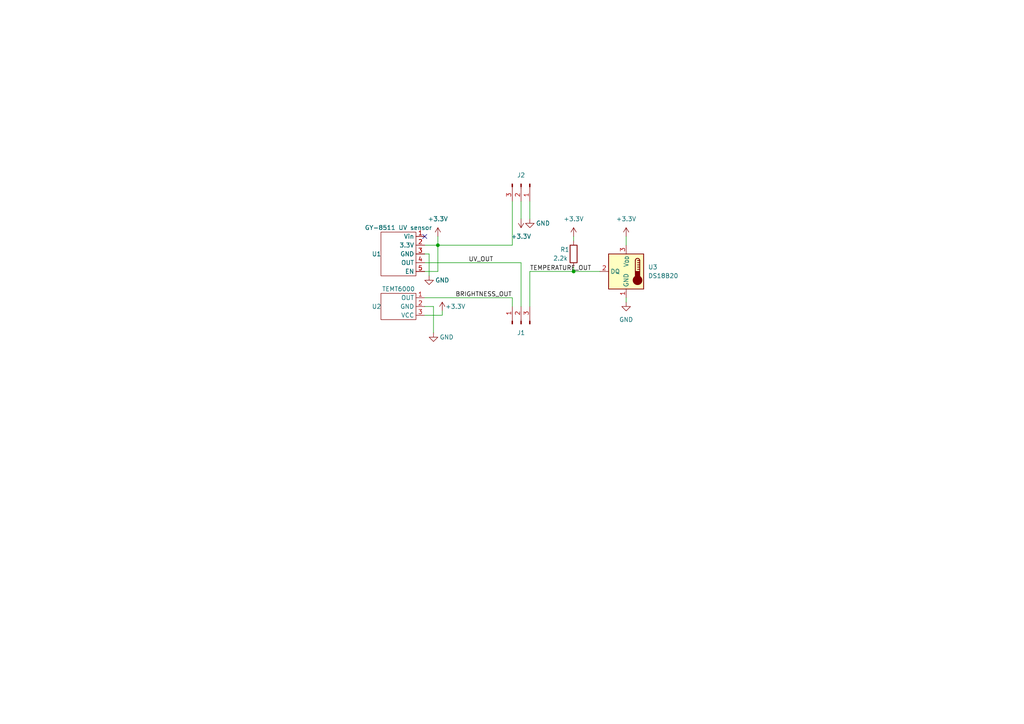
<source format=kicad_sch>
(kicad_sch (version 20230121) (generator eeschema)
  (paper "A4")
  (lib_symbols
    (symbol "Connector:Conn_01x03_Pin" (pin_names (offset 1.016) hide)
      (property "Reference" "J" (at 0 5.08 0))
      (property "Value" "Conn_01x03_Pin" (at 0 -5.08 0))
      (symbol "Conn_01x03_Pin_1_1"
        (polyline (pts (xy 1.27 -2.54) (xy 0.8636 -2.54)) (stroke (width 0.1524)))
        (polyline (pts (xy 1.27 0) (xy 0.8636 0)) (stroke (width 0.1524)))
        (polyline (pts (xy 1.27 2.54) (xy 0.8636 2.54)) (stroke (width 0.1524)))
        (rectangle (start 0.8636 -2.413) (end 0 -2.667) (stroke (width 0.1524)) (fill (type outline)))
        (rectangle (start 0.8636 0.127) (end 0 -0.127) (stroke (width 0.1524)) (fill (type outline)))
        (rectangle (start 0.8636 2.667) (end 0 2.413) (stroke (width 0.1524)) (fill (type outline)))
        (pin passive line (at 5.08 2.54 180) (length 3.81) (name "Pin_1") (number "1"))
        (pin passive line (at 5.08 0 180) (length 3.81) (name "Pin_2") (number "2"))
        (pin passive line (at 5.08 -2.54 180) (length 3.81) (name "Pin_3") (number "3"))
      )
    )
    (symbol "Device:R" (pin_numbers hide) (pin_names (offset 0))
      (property "Reference" "R" (at 2.032 0 90))
      (property "Value" "R" (at 0 0 90))
      (symbol "R_0_1"
        (rectangle (start -1.016 -2.54) (end 1.016 2.54) (stroke (width 0.254)))
      )
      (symbol "R_1_1"
        (pin passive line (at 0 3.81 270) (length 1.27) (name "~") (number "1"))
        (pin passive line (at 0 -3.81 90) (length 1.27) (name "~") (number "2"))
      )
    )
    (symbol "Diplomna:GY-8511_UV_sensor"
      (property "Reference" "U" (at 2.54 5.08 0))
      (symbol "GY-8511_UV_sensor_0_1"
        (rectangle (start 0 3.81) (end 10.16 -8.89))
      )
      (symbol "GY-8511_UV_sensor_1_1"
        (pin power_in line (at 12.7 2.54 180) (length 2.54) (name "Vin") (number "1"))
        (pin power_in line (at 12.7 0 180) (length 2.54) (name "3.3V") (number "2"))
        (pin power_in line (at 12.7 -2.54 180) (length 2.54) (name "GND") (number "3"))
        (pin output line (at 12.7 -5.08 180) (length 2.54) (name "OUT") (number "4"))
        (pin passive line (at 12.7 -7.62 180) (length 2.54) (name "EN") (number "5"))
      )
    )
    (symbol "Diplomna:TEMT6000"
      (property "Reference" "U" (at -5.08 5.08 0))
      (symbol "TEMT6000_0_0"
        (text "" (at 1.27 0 0) (effects (font (size 1.27 1.27))))
      )
      (symbol "TEMT6000_0_1"
        (rectangle (start -7.62 3.81) (end 2.54 -3.81))
      )
      (symbol "TEMT6000_1_1"
        (pin output line (at 5.08 2.54 180) (length 2.54) (name "OUT") (number "1"))
        (pin power_in line (at 5.08 0 180) (length 2.54) (name "GND") (number "2"))
        (pin power_in line (at 5.08 -2.54 180) (length 2.54) (name "VCC") (number "3"))
      )
    )
    (symbol "Sensor_Temperature:DS18B20"
      (property "Reference" "U" (at -3.81 6.35 0))
      (property "Value" "DS18B20" (at 6.35 6.35 0))
      (symbol "DS18B20_0_1"
        (rectangle (start -5.08 5.08) (end 5.08 -5.08) (stroke (width 0.254)) (fill (type background)))
        (circle (center -3.302 -2.54) (radius 1.27) (stroke (width 0.254)) (fill (type outline)))
        (rectangle (start -2.667 -1.905) (end -3.937 0) (stroke (width 0.254)) (fill (type outline)))
        (arc (start -2.667 3.175) (mid -3.302 3.8073) (end -3.937 3.175) (stroke (width 0.254)))
        (polyline (pts (xy -3.937 0.635) (xy -3.302 0.635)) (stroke (width 0.254)))
        (polyline (pts (xy -3.937 1.27) (xy -3.302 1.27)) (stroke (width 0.254)))
        (polyline (pts (xy -3.937 1.905) (xy -3.302 1.905)) (stroke (width 0.254)))
        (polyline (pts (xy -3.937 2.54) (xy -3.302 2.54)) (stroke (width 0.254)))
        (polyline (pts (xy -3.937 3.175) (xy -3.937 0)) (stroke (width 0.254)))
        (polyline (pts (xy -3.937 3.175) (xy -3.302 3.175)) (stroke (width 0.254)))
        (polyline (pts (xy -2.667 3.175) (xy -2.667 0)) (stroke (width 0.254)))
      )
      (symbol "DS18B20_1_1"
        (pin power_in line (at 0 -7.62 90) (length 2.54) (name "GND") (number "1"))
        (pin bidirectional line (at 7.62 0 180) (length 2.54) (name "DQ") (number "2"))
        (pin power_in line (at 0 7.62 270) (length 2.54) (name "V_{DD}") (number "3"))
      )
    )
    (symbol "esp32:GND" (power) (pin_names (offset 0))
      (property "Value" "GND" (at 0 -3.81 0))
      (symbol "GND_0_1"
        (polyline (pts (xy 0 0) (xy 0 -1.27) (xy 1.27 -1.27) (xy 0 -2.54) (xy -1.27 -1.27) (xy 0 -1.27)))
      )
      (symbol "GND_1_1"
        (pin power_in line (at 0 0 270) (length 0) hide (name "GND") (number "1"))
      )
    )
    (symbol "power:+3.3V" (power) (pin_names (offset 0))
      (property "Value" "+3.3V" (at 0 3.556 0))
      (symbol "+3.3V_0_1"
        (polyline (pts (xy -0.762 1.27) (xy 0 2.54)))
        (polyline (pts (xy 0 0) (xy 0 2.54)))
        (polyline (pts (xy 0 2.54) (xy 0.762 1.27)))
      )
      (symbol "+3.3V_1_1"
        (pin power_in line (at 0 0 90) (length 0) hide (name "+3.3V") (number "1"))
      )
    )
  )
  (junction (at 166.37 78.74))
  (junction (at 127 71.12))
  (no_connect (at 123.19 68.58))
  (wire (pts (xy 127 78.74) (xy 127 71.12)))
  (wire (pts (xy 151.13 58.42) (xy 151.13 63.5)))
  (wire (pts (xy 123.19 91.44) (xy 128.27 91.44)))
  (wire (pts (xy 153.67 78.74) (xy 166.37 78.74)))
  (wire (pts (xy 128.27 91.44) (xy 128.27 90.17)))
  (wire (pts (xy 153.67 58.42) (xy 153.67 63.5)))
  (wire (pts (xy 125.73 88.9) (xy 123.19 88.9)))
  (wire (pts (xy 124.46 73.66) (xy 124.46 80.01)))
  (wire (pts (xy 123.19 86.36) (xy 148.59 86.36)))
  (wire (pts (xy 125.73 96.52) (xy 125.73 88.9)))
  (wire (pts (xy 123.19 71.12) (xy 127 71.12)))
  (wire (pts (xy 153.67 78.74) (xy 153.67 88.9)))
  (wire (pts (xy 166.37 78.74) (xy 173.99 78.74)))
  (wire (pts (xy 127 68.58) (xy 127 71.12)))
  (wire (pts (xy 166.37 77.47) (xy 166.37 78.74)))
  (wire (pts (xy 151.13 76.2) (xy 151.13 88.9)))
  (wire (pts (xy 123.19 73.66) (xy 124.46 73.66)))
  (wire (pts (xy 123.19 78.74) (xy 127 78.74)))
  (wire (pts (xy 148.59 86.36) (xy 148.59 88.9)))
  (wire (pts (xy 166.37 68.58) (xy 166.37 69.85)))
  (wire (pts (xy 181.61 86.36) (xy 181.61 87.63)))
  (wire (pts (xy 181.61 68.58) (xy 181.61 71.12)))
  (wire (pts (xy 148.59 58.42) (xy 148.59 71.12)))
  (wire (pts (xy 148.59 71.12) (xy 127 71.12)))
  (wire (pts (xy 123.19 76.2) (xy 151.13 76.2)))
  (label "TEMPERATURE_OUT" (at 153.67 78.74 0))
  (label "UV_OUT" (at 135.89 76.2 0))
  (label "BRIGHTNESS_OUT" (at 132.08 86.36 0))
  (symbol (lib_id "Connector:Conn_01x03_Pin") (at 151.13 93.98 90) (unit 1)
    (property "Reference" "J1" (at 151.13 96.52 90))
    (property "Value" "Conn_01x03_Pin" (effects hide))
    (property "Footprint" "Diplomna:connector_3p" (effects hide))
  )
  (symbol (lib_id "esp32:GND") (at 125.73 96.52 0) (unit 1)
    (property "Reference" "#PWR02" (effects hide))
    (property "Value" "GND" (at 129.54 97.79 0))
  )
  (symbol (lib_id "Sensor_Temperature:DS18B20") (at 181.61 78.74 0) (mirror y) (unit 1)
    (property "Reference" "U3" (at 187.96 77.47 0) (effects (justify right)))
    (property "Value" "DS18B20" (at 187.96 80.01 0) (effects (justify right)))
    (property "Footprint" "Diplomna:DS18B20_3dmodel" (effects hide))
    (property "Datasheet" "http://datasheets.maximintegrated.com/en/ds/DS18B20.pdf" (effects hide))
  )
  (symbol (lib_id "esp32:GND") (at 153.67 63.5 0) (unit 1)
    (property "Reference" "#PWR08" (effects hide))
    (property "Value" "GND" (at 157.48 64.77 0))
  )
  (symbol (lib_id "esp32:GND") (at 181.61 87.63 0) (unit 1)
    (property "Reference" "#PWR05" (effects hide))
    (property "Value" "GND" (at 181.61 92.71 0))
  )
  (symbol (lib_id "Diplomna:GY-8511_UV_sensor") (at 110.49 71.12 0) (unit 1)
    (property "Reference" "U1" (at 109.22 73.66 0))
    (property "Value" "GY-8511 UV sensor" (at 115.57 66.04 0))
    (property "Footprint" "Connector_PinHeader_2.54mm:PinHeader_1x05_P2.54mm_Vertical" (effects hide))
  )
  (symbol (lib_id "power:+3.3V") (at 127 68.58 0) (unit 1)
    (property "Reference" "#PWR06" (effects hide))
    (property "Value" "+3.3V" (at 127 63.5 0))
  )
  (symbol (lib_id "esp32:GND") (at 124.46 80.01 0) (unit 1)
    (property "Reference" "#PWR01" (effects hide))
    (property "Value" "GND" (at 128.27 81.28 0))
  )
  (symbol (lib_id "power:+3.3V") (at 166.37 68.58 0) (unit 1)
    (property "Reference" "#PWR04" (effects hide))
    (property "Value" "+3.3V" (at 166.37 63.5 0))
  )
  (symbol (lib_id "power:+3.3V") (at 128.27 90.17 0) (unit 1)
    (property "Reference" "#PWR03" (effects hide))
    (property "Value" "+3.3V" (at 132.08 88.9 0))
  )
  (symbol (lib_id "Device:R") (at 166.37 73.66 0) (unit 1)
    (property "Reference" "R1" (at 163.83 72.39 0))
    (property "Value" "2.2k" (at 162.56 74.93 0))
    (property "Footprint" "Resistor_THT:R_Axial_DIN0204_L3.6mm_D1.6mm_P7.62mm_Horizontal" (effects hide))
  )
  (symbol (lib_id "Diplomna:TEMT6000") (at 118.11 88.9 0) (unit 1)
    (property "Reference" "U2" (at 109.22 88.9 0))
    (property "Value" "TEMT6000" (at 115.57 83.82 0))
    (property "Footprint" "Diplomna:3pin_holes" (effects hide))
  )
  (symbol (lib_id "power:+3.3V") (at 181.61 68.58 0) (unit 1)
    (property "Reference" "#PWR07" (effects hide))
    (property "Value" "+3.3V" (at 181.61 63.5 0))
  )
  (symbol (lib_id "power:+3.3V") (at 151.13 63.5 180) (unit 1)
    (property "Reference" "#PWR09" (effects hide))
    (property "Value" "+3.3V" (at 151.13 68.58 0))
  )
  (symbol (lib_id "Connector:Conn_01x03_Pin") (at 151.13 53.34 270) (unit 1)
    (property "Reference" "J2" (at 151.13 50.8 90))
    (property "Value" "Conn_01x03_Pin" (effects hide))
    (property "Footprint" "Diplomna:connector_3p" (effects hide))
  )
)
</source>
